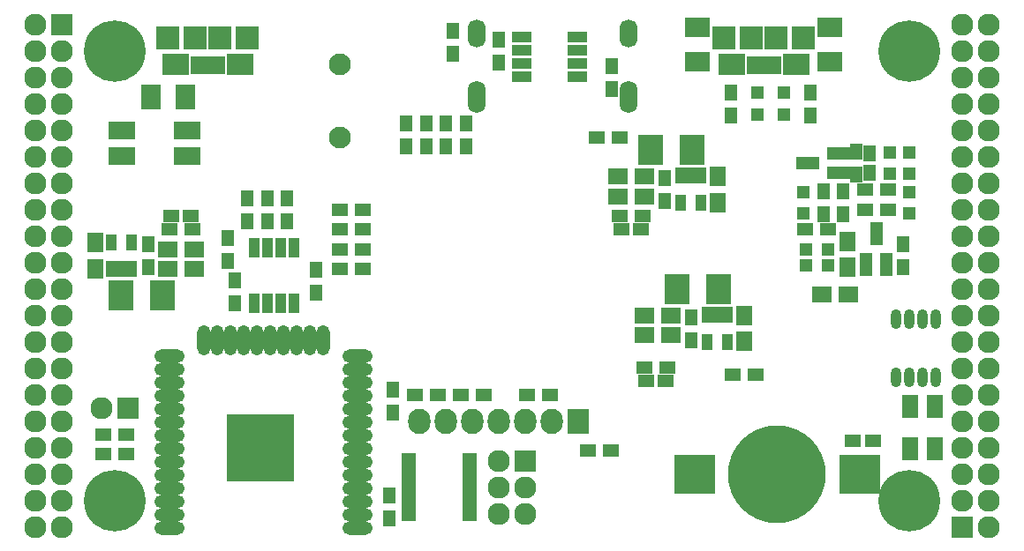
<source format=gbs>
G04 #@! TF.FileFunction,Soldermask,Bot*
%FSLAX46Y46*%
G04 Gerber Fmt 4.6, Leading zero omitted, Abs format (unit mm)*
G04 Created by KiCad (PCBNEW 4.0.5+dfsg1-4) date Thu May 18 23:29:37 2017*
%MOMM*%
%LPD*%
G01*
G04 APERTURE LIST*
%ADD10C,0.100000*%
%ADD11R,3.900000X3.700000*%
%ADD12C,9.400000*%
%ADD13R,2.432000X1.924000*%
%ADD14R,2.400000X2.900000*%
%ADD15R,1.100000X1.600000*%
%ADD16R,1.650000X1.900000*%
%ADD17R,1.900000X1.650000*%
%ADD18R,1.924000X2.432000*%
%ADD19O,1.009600X1.873200*%
%ADD20R,1.200000X1.300000*%
%ADD21R,1.300000X1.200000*%
%ADD22C,2.100000*%
%ADD23R,1.200000X2.300000*%
%ADD24R,2.300000X1.200000*%
%ADD25R,1.600000X1.150000*%
%ADD26R,1.150000X1.600000*%
%ADD27R,1.600000X1.300000*%
%ADD28R,1.300000X1.600000*%
%ADD29O,1.700000X3.100000*%
%ADD30O,1.700000X2.700000*%
%ADD31R,1.000000X1.950000*%
%ADD32R,1.950000X1.000000*%
%ADD33O,2.900000X1.300000*%
%ADD34O,1.300000X2.900000*%
%ADD35R,6.400000X6.400000*%
%ADD36R,2.127200X2.127200*%
%ADD37O,2.127200X2.127200*%
%ADD38C,5.900000*%
%ADD39R,1.400000X0.800000*%
%ADD40R,1.600000X2.200000*%
%ADD41R,2.600000X1.800000*%
%ADD42R,2.127200X2.432000*%
%ADD43O,2.127200X2.432000*%
%ADD44R,2.500000X2.000000*%
%ADD45R,2.300000X2.300000*%
%ADD46R,0.800000X1.750000*%
%ADD47R,2.200000X2.300000*%
G04 APERTURE END LIST*
D10*
D11*
X174390000Y-105870000D03*
X158590000Y-105870000D03*
D12*
X166490000Y-105870000D03*
D13*
X171570000Y-62944000D03*
X171570000Y-66246000D03*
D14*
X160870000Y-88090000D03*
X156870000Y-88090000D03*
D15*
X159825000Y-90600000D03*
X160775000Y-90600000D03*
X161725000Y-90600000D03*
X161725000Y-93200000D03*
X159825000Y-93200000D03*
D14*
X158330000Y-74755000D03*
X154330000Y-74755000D03*
D15*
X157285000Y-77235000D03*
X158235000Y-77235000D03*
X159185000Y-77235000D03*
X159185000Y-79835000D03*
X157285000Y-79835000D03*
D14*
X103530000Y-88725000D03*
X107530000Y-88725000D03*
D15*
X104575000Y-86215000D03*
X103625000Y-86215000D03*
X102675000Y-86215000D03*
X102675000Y-83615000D03*
X104575000Y-83615000D03*
D16*
X101085000Y-83665000D03*
X101085000Y-86165000D03*
D17*
X153810000Y-90630000D03*
X156310000Y-90630000D03*
X153810000Y-92535000D03*
X156310000Y-92535000D03*
D16*
X163315000Y-93150000D03*
X163315000Y-90650000D03*
D17*
X151270000Y-79200000D03*
X153770000Y-79200000D03*
X151270000Y-77295000D03*
X153770000Y-77295000D03*
D16*
X160775000Y-79815000D03*
X160775000Y-77315000D03*
D17*
X110590000Y-84280000D03*
X108090000Y-84280000D03*
X110590000Y-86185000D03*
X108090000Y-86185000D03*
D18*
X106419000Y-69675000D03*
X109721000Y-69675000D03*
D13*
X158870000Y-66246000D03*
X158870000Y-62944000D03*
D19*
X181730000Y-96599000D03*
X180460000Y-96599000D03*
X179190000Y-96599000D03*
X177920000Y-96599000D03*
X177920000Y-91011000D03*
X179190000Y-91011000D03*
X180460000Y-91011000D03*
X181730000Y-91011000D03*
D16*
X173221000Y-86038000D03*
X173221000Y-83538000D03*
D20*
X169250000Y-84280000D03*
X171350000Y-84280000D03*
D21*
X179190000Y-80885000D03*
X179190000Y-78785000D03*
X177285000Y-74975000D03*
X177285000Y-77075000D03*
X169030000Y-80885000D03*
X169030000Y-78785000D03*
D22*
X124580000Y-66540000D03*
X124580000Y-73540000D03*
D23*
X176965000Y-85780000D03*
X175065000Y-85780000D03*
X176015000Y-82780000D03*
D24*
X172435000Y-75075000D03*
X172435000Y-76975000D03*
X169435000Y-76025000D03*
D25*
X153910000Y-96910000D03*
X155810000Y-96910000D03*
X151570000Y-82375000D03*
X153470000Y-82375000D03*
X110290000Y-81105000D03*
X108390000Y-81105000D03*
D26*
X175380000Y-75075000D03*
X175380000Y-76975000D03*
D27*
X169200000Y-82375000D03*
X171400000Y-82375000D03*
D28*
X172840000Y-80935000D03*
X172840000Y-78735000D03*
D27*
X177115000Y-80470000D03*
X174915000Y-80470000D03*
D28*
X174110000Y-74925000D03*
X174110000Y-77125000D03*
X178555000Y-83815000D03*
X178555000Y-86015000D03*
X113785000Y-83180000D03*
X113785000Y-85380000D03*
X170935000Y-80935000D03*
X170935000Y-78735000D03*
X129280000Y-107900000D03*
X129280000Y-110100000D03*
D27*
X150572000Y-103584000D03*
X148372000Y-103584000D03*
X177115000Y-78565000D03*
X174915000Y-78565000D03*
X153760000Y-95640000D03*
X155960000Y-95640000D03*
X110440000Y-82375000D03*
X108240000Y-82375000D03*
X151420000Y-81105000D03*
X153620000Y-81105000D03*
D28*
X158235000Y-90800000D03*
X158235000Y-93000000D03*
X106165000Y-86015000D03*
X106165000Y-83815000D03*
X155695000Y-77465000D03*
X155695000Y-79665000D03*
D27*
X126782000Y-86185000D03*
X124582000Y-86185000D03*
X126782000Y-84279000D03*
X124582000Y-84279000D03*
X126782000Y-82375000D03*
X124582000Y-82375000D03*
X126782000Y-80470000D03*
X124582000Y-80470000D03*
D28*
X130930000Y-74417000D03*
X130930000Y-72217000D03*
X132835000Y-74417000D03*
X132835000Y-72217000D03*
X134740000Y-74417000D03*
X134740000Y-72217000D03*
X136645000Y-74417000D03*
X136645000Y-72217000D03*
D29*
X152280000Y-69650000D03*
X137680000Y-69650000D03*
D30*
X137680000Y-63600000D03*
X152280000Y-63600000D03*
D31*
X116325000Y-84120000D03*
X117595000Y-84120000D03*
X118865000Y-84120000D03*
X120135000Y-84120000D03*
X120135000Y-89520000D03*
X118865000Y-89520000D03*
X117595000Y-89520000D03*
X116325000Y-89520000D03*
D25*
X173795000Y-102695000D03*
X175695000Y-102695000D03*
D32*
X141980000Y-67705000D03*
X141980000Y-66435000D03*
X141980000Y-65165000D03*
X141980000Y-63895000D03*
X147380000Y-63895000D03*
X147380000Y-65165000D03*
X147380000Y-66435000D03*
X147380000Y-67705000D03*
D20*
X171350000Y-85804000D03*
X169250000Y-85804000D03*
D21*
X179190000Y-77075000D03*
X179190000Y-74975000D03*
D33*
X126260434Y-111030338D03*
X126260434Y-109760338D03*
X126260434Y-108490338D03*
X126260434Y-107220338D03*
X126260434Y-105950338D03*
X126260434Y-104680338D03*
X126260434Y-103410338D03*
X126260434Y-102140338D03*
X126260434Y-100870338D03*
X126260434Y-99600338D03*
X126260434Y-98330338D03*
X126260434Y-97060338D03*
X126260434Y-95790338D03*
X126260434Y-94520338D03*
D34*
X122975434Y-93030338D03*
X121705434Y-93030338D03*
X120435434Y-93030338D03*
X119165434Y-93030338D03*
X117895434Y-93030338D03*
X116625434Y-93030338D03*
X115355434Y-93030338D03*
X114085434Y-93030338D03*
X112815434Y-93030338D03*
X111545434Y-93030338D03*
D33*
X108260434Y-94520338D03*
X108260434Y-95790338D03*
X108260434Y-97060338D03*
X108260434Y-98330338D03*
X108260434Y-99600338D03*
X108260434Y-100870338D03*
X108260434Y-102140338D03*
X108260434Y-103410338D03*
X108260434Y-104680338D03*
X108260434Y-105950338D03*
X108260434Y-107220338D03*
X108260434Y-108490338D03*
X108260434Y-109760338D03*
X108260434Y-111030338D03*
D35*
X116960434Y-103330338D03*
D36*
X97910000Y-62690000D03*
D37*
X95370000Y-62690000D03*
X97910000Y-65230000D03*
X95370000Y-65230000D03*
X97910000Y-67770000D03*
X95370000Y-67770000D03*
X97910000Y-70310000D03*
X95370000Y-70310000D03*
X97910000Y-72850000D03*
X95370000Y-72850000D03*
X97910000Y-75390000D03*
X95370000Y-75390000D03*
X97910000Y-77930000D03*
X95370000Y-77930000D03*
X97910000Y-80470000D03*
X95370000Y-80470000D03*
X97910000Y-83010000D03*
X95370000Y-83010000D03*
X97910000Y-85550000D03*
X95370000Y-85550000D03*
X97910000Y-88090000D03*
X95370000Y-88090000D03*
X97910000Y-90630000D03*
X95370000Y-90630000D03*
X97910000Y-93170000D03*
X95370000Y-93170000D03*
X97910000Y-95710000D03*
X95370000Y-95710000D03*
X97910000Y-98250000D03*
X95370000Y-98250000D03*
X97910000Y-100790000D03*
X95370000Y-100790000D03*
X97910000Y-103330000D03*
X95370000Y-103330000D03*
X97910000Y-105870000D03*
X95370000Y-105870000D03*
X97910000Y-108410000D03*
X95370000Y-108410000D03*
X97910000Y-110950000D03*
X95370000Y-110950000D03*
D36*
X184270000Y-110950000D03*
D37*
X186810000Y-110950000D03*
X184270000Y-108410000D03*
X186810000Y-108410000D03*
X184270000Y-105870000D03*
X186810000Y-105870000D03*
X184270000Y-103330000D03*
X186810000Y-103330000D03*
X184270000Y-100790000D03*
X186810000Y-100790000D03*
X184270000Y-98250000D03*
X186810000Y-98250000D03*
X184270000Y-95710000D03*
X186810000Y-95710000D03*
X184270000Y-93170000D03*
X186810000Y-93170000D03*
X184270000Y-90630000D03*
X186810000Y-90630000D03*
X184270000Y-88090000D03*
X186810000Y-88090000D03*
X184270000Y-85550000D03*
X186810000Y-85550000D03*
X184270000Y-83010000D03*
X186810000Y-83010000D03*
X184270000Y-80470000D03*
X186810000Y-80470000D03*
X184270000Y-77930000D03*
X186810000Y-77930000D03*
X184270000Y-75390000D03*
X186810000Y-75390000D03*
X184270000Y-72850000D03*
X186810000Y-72850000D03*
X184270000Y-70310000D03*
X186810000Y-70310000D03*
X184270000Y-67770000D03*
X186810000Y-67770000D03*
X184270000Y-65230000D03*
X186810000Y-65230000D03*
X184270000Y-62690000D03*
X186810000Y-62690000D03*
D38*
X102990000Y-108410000D03*
X179190000Y-108410000D03*
X179190000Y-65230000D03*
X102990000Y-65230000D03*
D21*
X167125000Y-69260000D03*
X167125000Y-71360000D03*
X164585000Y-69260000D03*
X164585000Y-71360000D03*
D28*
X162045000Y-71410000D03*
X162045000Y-69210000D03*
X139820000Y-66330000D03*
X139820000Y-64130000D03*
X135375000Y-63300000D03*
X135375000Y-65500000D03*
X150615000Y-68870000D03*
X150615000Y-66670000D03*
D27*
X151380000Y-73600000D03*
X149180000Y-73600000D03*
D39*
X137005000Y-104215000D03*
X137005000Y-104865000D03*
X137005000Y-105515000D03*
X137005000Y-106165000D03*
X137005000Y-106815000D03*
X137005000Y-107465000D03*
X137005000Y-108115000D03*
X137005000Y-108765000D03*
X137005000Y-109415000D03*
X137005000Y-110065000D03*
X131205000Y-110065000D03*
X131205000Y-109415000D03*
X131205000Y-108765000D03*
X131205000Y-108115000D03*
X131205000Y-107465000D03*
X131205000Y-106815000D03*
X131205000Y-106165000D03*
X131205000Y-105515000D03*
X131205000Y-104865000D03*
X131205000Y-104215000D03*
D28*
X119500000Y-79370000D03*
X119500000Y-81570000D03*
X114480000Y-89500000D03*
X114480000Y-87300000D03*
X129660000Y-99985000D03*
X129660000Y-97785000D03*
X117595000Y-79370000D03*
X117595000Y-81570000D03*
X122280000Y-86300000D03*
X122280000Y-88500000D03*
X115690000Y-79370000D03*
X115690000Y-81570000D03*
D27*
X144730000Y-98250000D03*
X142530000Y-98250000D03*
X138380000Y-98250000D03*
X136180000Y-98250000D03*
X133935000Y-98250000D03*
X131735000Y-98250000D03*
X101890000Y-103965000D03*
X104090000Y-103965000D03*
D40*
X179260000Y-99425000D03*
X179260000Y-103425000D03*
X181660000Y-103425000D03*
X181660000Y-99425000D03*
D41*
X109950000Y-75370000D03*
X103650000Y-75370000D03*
X103650000Y-72870000D03*
X109950000Y-72870000D03*
D36*
X104260000Y-99520000D03*
D37*
X101720000Y-99520000D03*
D42*
X147440000Y-100790000D03*
D43*
X144900000Y-100790000D03*
X142360000Y-100790000D03*
X139820000Y-100790000D03*
X137280000Y-100790000D03*
X134740000Y-100790000D03*
X132200000Y-100790000D03*
D27*
X101890000Y-102060000D03*
X104090000Y-102060000D03*
D44*
X108780000Y-66510000D03*
X114980000Y-66510000D03*
D45*
X110680000Y-63960000D03*
X113080000Y-63960000D03*
D46*
X110580000Y-66635000D03*
X111230000Y-66635000D03*
X111880000Y-66635000D03*
X112530000Y-66635000D03*
X113180000Y-66635000D03*
D47*
X108080000Y-63960000D03*
X115680000Y-63960000D03*
D44*
X162120000Y-66510000D03*
X168320000Y-66510000D03*
D45*
X164020000Y-63960000D03*
X166420000Y-63960000D03*
D46*
X163920000Y-66635000D03*
X164570000Y-66635000D03*
X165220000Y-66635000D03*
X165870000Y-66635000D03*
X166520000Y-66635000D03*
D47*
X161420000Y-63960000D03*
X169020000Y-63960000D03*
D17*
X173330000Y-88600000D03*
X170830000Y-88600000D03*
D27*
X164415000Y-96345000D03*
X162215000Y-96345000D03*
D28*
X169665000Y-69210000D03*
X169665000Y-71410000D03*
D36*
X142360000Y-104600000D03*
D37*
X139820000Y-104600000D03*
X142360000Y-107140000D03*
X139820000Y-107140000D03*
X142360000Y-109680000D03*
X139820000Y-109680000D03*
M02*

</source>
